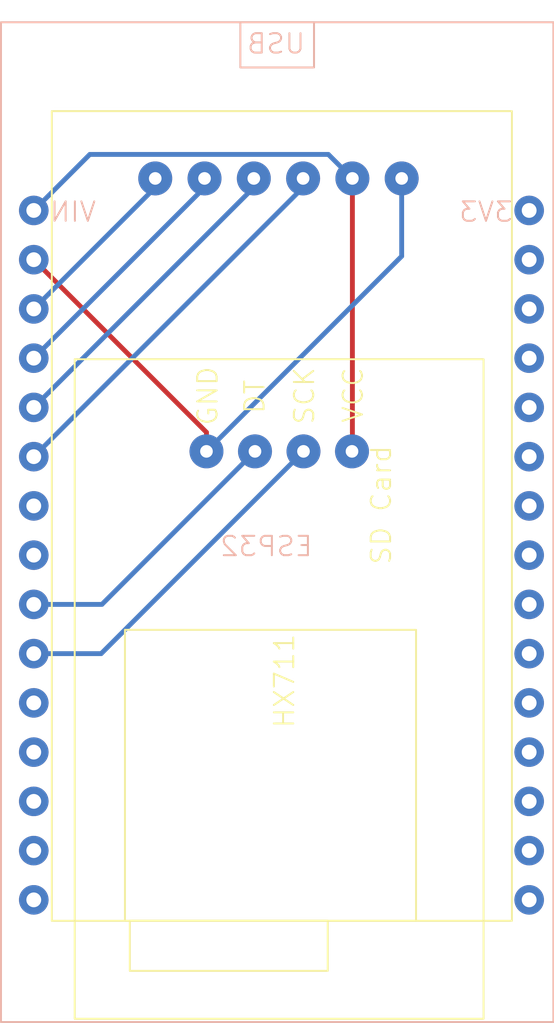
<source format=kicad_pcb>
(kicad_pcb (version 20221018) (generator pcbnew)
  (layers (0 "F.Cu" signal) (31 "B.Cu" signal) (34 "B.Paste" user) (35 "F.Paste" user) (36 "B.SilkS" user "B.Silkscreen") (37 "F.SilkS" user "F.Silkscreen") (38 "B.Mask" user) (39 "F.Mask" user) (44 "Edge.Cuts" user))
  (net 0 "")
  (net 1 "Net-(ESP1-VIN)")
  (net 2 "Net-(HX1-GND)")
  (net 3 "Net-(ESP1-13)")
  (net 4 "Net-(ESP1-12)")
  (net 5 "Net-(ESP1-14)")
  (net 6 "Net-(ESP1-27)")
  (net 9 "Net-(ESP1-33)")
  (net 10 "Net-(ESP1-32)")
  (footprint "AAABryces_lib:HX711 Bryce" (layer "F.Cu") (at 52.11 96.29 90)
    (fp_text reference "HX1" hide)
    (fp_text value "~" hide)
    (fp_text user "DT" (at 27.32 13.07 90 unlocked) (layer "F.SilkS") (effects (font (thickness 0.1)) (justify left bottom)))
    (fp_text user "VCC" (at 26.86 18.14 90 unlocked) (layer "F.SilkS") (effects (font (thickness 0.1)) (justify left bottom)))
    (fp_text user "SCK" (at 26.77 15.63 90 unlocked) (layer "F.SilkS") (effects (font (thickness 0.1)) (justify left bottom)))
    (fp_text user "HX711" (at 11.12 14.6 90 unlocked) (layer "F.SilkS") (effects (font (thickness 0.1)) (justify left bottom)))
    (fp_text user "GND" (at 26.72 10.65 90 unlocked) (layer "F.SilkS") (effects (font (thickness 0.1)) (justify left bottom)))
    (fp_rect (start -3.8 3.21) (end 30.2 24.28) (stroke (width 0.1)) (fill none) (layer "F.SilkS"))
    (fp_rect (start -1.33 6.05) (end 1.26 16.25) (stroke (width 0.1)) (fill none) (layer "F.SilkS"))
    (pad "5" thru_hole circle (at 25.45 10 90) (size 1.75 1.75) (drill 0.65) (layers "*.Cu" "*.Mask") (net 2 "Net-(HX1-GND)"))
    (pad "6" thru_hole circle (at 25.45 12.5 90) (size 1.75 1.75) (drill 0.65) (layers "*.Cu" "*.Mask") (net 9 "Net-(ESP1-33)"))
    (pad "7" thru_hole circle (at 25.45 15 90) (size 1.75 1.75) (drill 0.65) (layers "*.Cu" "*.Mask") (net 10 "Net-(ESP1-32)"))
    (pad "8" thru_hole circle (at 25.45 17.5 90) (size 1.75 1.75) (drill 0.65) (layers "*.Cu" "*.Mask") (net 1 "Net-(ESP1-VIN)"))
  )
  (footprint "AAABryces_lib:Sd adapter" (layer "F.Cu") (at 59.47 56.77 90)
    (fp_text reference "Sdcard1" hide)
    (fp_text value "~" hide)
    (fp_text user "SD Card" (at -19.97 12.23 90 unlocked) (layer "F.SilkS") (effects (font (thickness 0.1)) (justify left bottom)))
    (fp_rect (start -38.27 -5.33) (end 3.47 18.38) (stroke (width 0.1)) (fill none) (layer "F.SilkS"))
    (fp_rect (start -38.27 -1.56) (end -23.27 13.44) (stroke (width 0.1)) (fill none) (layer "F.SilkS"))
    (pad "1" thru_hole circle (at 0 0 90) (size 1.75 1.75) (drill 0.65) (layers "*.Cu" "*.Mask") (net 3 "Net-(ESP1-13)"))
    (pad "2" thru_hole circle (at 0 2.54 90) (size 1.75 1.75) (drill 0.65) (layers "*.Cu" "*.Mask") (net 4 "Net-(ESP1-12)"))
    (pad "3" thru_hole circle (at 0 5.08 90) (size 1.75 1.75) (drill 0.65) (layers "*.Cu" "*.Mask") (net 5 "Net-(ESP1-14)"))
    (pad "4" thru_hole circle (at 0 7.62 90) (size 1.75 1.75) (drill 0.65) (layers "*.Cu" "*.Mask") (net 6 "Net-(ESP1-27)"))
    (pad "5" thru_hole circle (at 0 10.16 90) (size 1.75 1.75) (drill 0.65) (layers "*.Cu" "*.Mask") (net 1 "Net-(ESP1-VIN)"))
    (pad "6" thru_hole circle (at 0 12.7 90) (size 1.75 1.75) (drill 0.65) (layers "*.Cu" "*.Mask") (net 2 "Net-(HX1-GND)"))
  )
  (footprint "AAABryces_lib:Correct_Esp32" (layer "B.Cu") (at 78.74 58.42 180)
    (fp_text reference "ESP1" hide)
    (fp_text value "~")
    (fp_text user "ESP32" (at 11.1 -17.9 unlocked) (layer "B.SilkS") (effects (font (thickness 0.1)) (justify left bottom mirror)))
    (fp_text user "3V3" (at 0.78 -0.66 unlocked) (layer "B.SilkS") (effects (font (thickness 0.1)) (justify left bottom mirror)))
    (fp_text user "USB" (at 11.48 8.01 unlocked) (layer "B.SilkS") (effects (font (thickness 0.1)) (justify left bottom mirror)))
    (fp_text user "VIN" (at 22.25 -0.66 unlocked) (layer "B.SilkS") (effects (font (thickness 0.1)) (justify left bottom mirror)))
    (fp_rect (start -1.25 9.7) (end 27.22 -41.84) (stroke (width 0.1)) (fill none) (layer "B.SilkS"))
    (fp_rect (start 11.0875 9.7) (end 14.8825 7.37) (stroke (width 0.1)) (fill none) (layer "B.SilkS"))
    (pad "0" thru_hole circle (at 25.53 0 180) (size 1.524 1.524) (drill 0.762) (layers "*.Cu" "*.Mask") (net 1 "Net-(ESP1-VIN)"))
    (pad "1" thru_hole circle (at 25.53 -2.538546 180) (size 1.524 1.524) (drill 0.762) (layers "*.Cu" "*.Mask") (net 2 "Net-(HX1-GND)"))
    (pad "2" thru_hole circle (at 25.53 -5.077092 180) (size 1.524 1.524) (drill 0.762) (layers "*.Cu" "*.Mask") (net 3 "Net-(ESP1-13)"))
    (pad "3" thru_hole circle (at 25.53 -7.615638 180) (size 1.524 1.524) (drill 0.762) (layers "*.Cu" "*.Mask") (net 4 "Net-(ESP1-12)"))
    (pad "4" thru_hole circle (at 25.53 -10.154184 180) (size 1.524 1.524) (drill 0.762) (layers "*.Cu" "*.Mask") (net 5 "Net-(ESP1-14)"))
    (pad "5" thru_hole circle (at 25.53 -12.69273 180) (size 1.524 1.524) (drill 0.762) (layers "*.Cu" "*.Mask") (net 6 "Net-(ESP1-27)"))
    (pad "6" thru_hole circle (at 25.53 -15.231276 180) (size 1.524 1.524) (drill 0.762) (layers "*.Cu" "*.Mask"))
    (pad "7" thru_hole circle (at 25.53 -17.769822 180) (size 1.524 1.524) (drill 0.762) (layers "*.Cu" "*.Mask"))
    (pad "8" thru_hole circle (at 25.53 -20.308368 180) (size 1.524 1.524) (drill 0.762) (layers "*.Cu" "*.Mask") (net 9 "Net-(ESP1-33)"))
    (pad "9" thru_hole circle (at 25.53 -22.846914 180) (size 1.524 1.524) (drill 0.762) (layers "*.Cu" "*.Mask") (net 10 "Net-(ESP1-32)"))
    (pad "10" thru_hole circle (at 25.53 -25.38546 180) (size 1.524 1.524) (drill 0.762) (layers "*.Cu" "*.Mask"))
    (pad "11" thru_hole circle (at 25.53 -27.924006 180) (size 1.524 1.524) (drill 0.762) (layers "*.Cu" "*.Mask"))
    (pad "12" thru_hole circle (at 25.53 -30.462552 180) (size 1.524 1.524) (drill 0.762) (layers "*.Cu" "*.Mask"))
    (pad "13" thru_hole circle (at 25.53 -33.001098 180) (size 1.524 1.524) (drill 0.762) (layers "*.Cu" "*.Mask"))
    (pad "14" thru_hole circle (at 25.53 -35.539644 180) (size 1.524 1.524) (drill 0.762) (layers "*.Cu" "*.Mask"))
    (pad "15" thru_hole circle (at 0 0 180) (size 1.524 1.524) (drill 0.762) (layers "*.Cu" "*.Mask"))
    (pad "16" thru_hole circle (at 0 -2.538546 180) (size 1.524 1.524) (drill 0.762) (layers "*.Cu" "*.Mask"))
    (pad "17" thru_hole circle (at 0 -5.077092 180) (size 1.524 1.524) (drill 0.762) (layers "*.Cu" "*.Mask"))
    (pad "18" thru_hole circle (at 0 -7.615638 180) (size 1.524 1.524) (drill 0.762) (layers "*.Cu" "*.Mask"))
    (pad "19" thru_hole circle (at 0 -10.154184 180) (size 1.524 1.524) (drill 0.762) (layers "*.Cu" "*.Mask"))
    (pad "20" thru_hole circle (at 0 -12.69273 180) (size 1.524 1.524) (drill 0.762) (layers "*.Cu" "*.Mask"))
    (pad "21" thru_hole circle (at 0 -15.231276 180) (size 1.524 1.524) (drill 0.762) (layers "*.Cu" "*.Mask"))
    (pad "22" thru_hole circle (at 0 -17.769822 180) (size 1.524 1.524) (drill 0.762) (layers "*.Cu" "*.Mask"))
    (pad "23" thru_hole circle (at 0 -20.308368 180) (size 1.524 1.524) (drill 0.762) (layers "*.Cu" "*.Mask"))
    (pad "24" thru_hole circle (at 0 -22.846914 180) (size 1.524 1.524) (drill 0.762) (layers "*.Cu" "*.Mask"))
    (pad "25" thru_hole circle (at 0 -25.38546 180) (size 1.524 1.524) (drill 0.762) (layers "*.Cu" "*.Mask"))
    (pad "26" thru_hole circle (at 0 -27.924006 180) (size 1.524 1.524) (drill 0.762) (layers "*.Cu" "*.Mask"))
    (pad "27" thru_hole circle (at 0 -30.462552 180) (size 1.524 1.524) (drill 0.762) (layers "*.Cu" "*.Mask"))
    (pad "28" thru_hole circle (at 0 -33.001098 180) (size 1.524 1.524) (drill 0.762) (layers "*.Cu" "*.Mask"))
    (pad "29" thru_hole circle (at 0 -35.539644 180) (size 1.524 1.524) (drill 0.762) (layers "*.Cu" "*.Mask"))
  )
  (segment (start 69.63 56.77) (end 69.63 70.82) (width 0.25) (layer "F.Cu") (net 1))
  (segment (start 69.63 70.82) (end 69.61 70.84) (width 0.25) (layer "F.Cu") (net 1))
  (segment (start 68.3921 55.5321) (end 69.63 56.77) (width 0.25) (layer "B.Cu") (net 1))
  (segment (start 56.0979 55.5321) (end 68.3921 55.5321) (width 0.25) (layer "B.Cu") (net 1))
  (segment (start 53.21 58.42) (end 56.0979 55.5321) (width 0.25) (layer "B.Cu") (net 1))
  (segment (start 62.11 70.84) (end 62.11 69.8585) (width 0.25) (layer "F.Cu") (net 2))
  (segment (start 62.11 69.8585) (end 53.21 60.9585) (width 0.25) (layer "F.Cu") (net 2))
  (segment (start 72.17 60.78) (end 62.11 70.84) (width 0.25) (layer "B.Cu") (net 2))
  (segment (start 72.17 56.77) (end 72.17 60.78) (width 0.25) (layer "B.Cu") (net 2))
  (segment (start 53.21 63.4971) (end 59.47 57.2371) (width 0.25) (layer "B.Cu") (net 3))
  (segment (start 59.47 57.2371) (end 59.47 56.77) (width 0.25) (layer "B.Cu") (net 3))
  (segment (start 62.01 57.2356) (end 62.01 56.77) (width 0.25) (layer "B.Cu") (net 4))
  (segment (start 53.21 66.0356) (end 62.01 57.2356) (width 0.25) (layer "B.Cu") (net 4))
  (segment (start 64.55 57.2342) (end 64.55 56.77) (width 0.25) (layer "B.Cu") (net 5))
  (segment (start 53.21 68.5742) (end 64.55 57.2342) (width 0.25) (layer "B.Cu") (net 5))
  (segment (start 67.09 57.2327) (end 67.09 56.77) (width 0.25) (layer "B.Cu") (net 6))
  (segment (start 53.21 71.1127) (end 67.09 57.2327) (width 0.25) (layer "B.Cu") (net 6))
  (segment (start 56.7216 78.7284) (end 64.61 70.84) (width 0.25) (layer "B.Cu") (net 9))
  (segment (start 53.21 78.7284) (end 56.7216 78.7284) (width 0.25) (layer "B.Cu") (net 9))
  (segment (start 53.21 81.2669) (end 56.6831 81.2669) (width 0.25) (layer "B.Cu") (net 10))
  (segment (start 56.6831 81.2669) (end 67.11 70.84) (width 0.25) (layer "B.Cu") (net 10))
)
</source>
